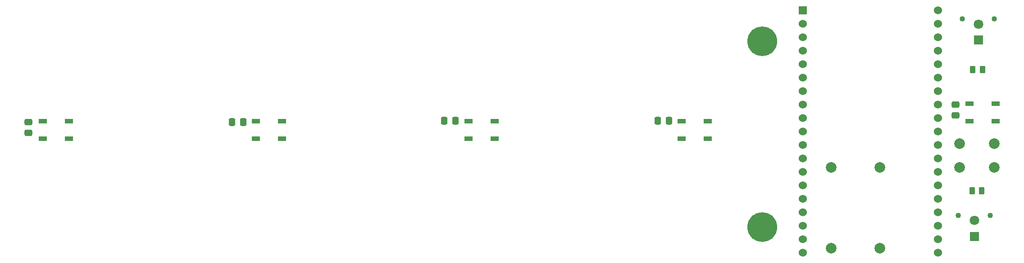
<source format=gbr>
%TF.GenerationSoftware,KiCad,Pcbnew,(7.0.0)*%
%TF.CreationDate,2023-08-21T10:27:13+05:30*%
%TF.ProjectId,X1A51B8-v1,58314135-3142-4382-9d76-312e6b696361,rev?*%
%TF.SameCoordinates,Original*%
%TF.FileFunction,Soldermask,Top*%
%TF.FilePolarity,Negative*%
%FSLAX46Y46*%
G04 Gerber Fmt 4.6, Leading zero omitted, Abs format (unit mm)*
G04 Created by KiCad (PCBNEW (7.0.0)) date 2023-08-21 10:27:13*
%MOMM*%
%LPD*%
G01*
G04 APERTURE LIST*
G04 Aperture macros list*
%AMRoundRect*
0 Rectangle with rounded corners*
0 $1 Rounding radius*
0 $2 $3 $4 $5 $6 $7 $8 $9 X,Y pos of 4 corners*
0 Add a 4 corners polygon primitive as box body*
4,1,4,$2,$3,$4,$5,$6,$7,$8,$9,$2,$3,0*
0 Add four circle primitives for the rounded corners*
1,1,$1+$1,$2,$3*
1,1,$1+$1,$4,$5*
1,1,$1+$1,$6,$7*
1,1,$1+$1,$8,$9*
0 Add four rect primitives between the rounded corners*
20,1,$1+$1,$2,$3,$4,$5,0*
20,1,$1+$1,$4,$5,$6,$7,0*
20,1,$1+$1,$6,$7,$8,$9,0*
20,1,$1+$1,$8,$9,$2,$3,0*%
G04 Aperture macros list end*
%ADD10RoundRect,0.250000X0.262500X0.450000X-0.262500X0.450000X-0.262500X-0.450000X0.262500X-0.450000X0*%
%ADD11C,5.600000*%
%ADD12R,1.500000X0.900000*%
%ADD13R,1.530000X1.530000*%
%ADD14C,1.530000*%
%ADD15RoundRect,0.250000X-0.475000X0.337500X-0.475000X-0.337500X0.475000X-0.337500X0.475000X0.337500X0*%
%ADD16C,2.000000*%
%ADD17RoundRect,0.250000X-0.262500X-0.450000X0.262500X-0.450000X0.262500X0.450000X-0.262500X0.450000X0*%
%ADD18RoundRect,0.250000X0.337500X0.475000X-0.337500X0.475000X-0.337500X-0.475000X0.337500X-0.475000X0*%
%ADD19C,1.020000*%
%ADD20R,1.800000X1.800000*%
%ADD21C,1.800000*%
G04 APERTURE END LIST*
D10*
%TO.C,R10*%
X261366000Y-83312000D03*
X259541000Y-83312000D03*
%TD*%
D11*
%TO.C,REF\u002A\u002A*%
X219964000Y-77978000D03*
%TD*%
D12*
%TO.C,D3*%
X204813999Y-93091999D03*
X204813999Y-96391999D03*
X209713999Y-96391999D03*
X209713999Y-93091999D03*
%TD*%
D13*
%TO.C,U1*%
X227583999Y-72145999D03*
D14*
X227584000Y-74686000D03*
X227584000Y-77226000D03*
X227584000Y-79766000D03*
X227584000Y-82306000D03*
X227584000Y-84846000D03*
X227584000Y-87386000D03*
X227584000Y-89926000D03*
X227584000Y-92466000D03*
X227584000Y-95006000D03*
X227584000Y-97546000D03*
X227584000Y-100086000D03*
X227584000Y-102626000D03*
X227584000Y-105166000D03*
X227584000Y-107706000D03*
X227584000Y-110246000D03*
X227584000Y-112786000D03*
X227584000Y-115326000D03*
X227584000Y-117866000D03*
X252984000Y-117866000D03*
X252984000Y-115326000D03*
X252984000Y-112786000D03*
X252984000Y-110246000D03*
X252984000Y-107706000D03*
X252984000Y-105166000D03*
X252984000Y-102626000D03*
X252984000Y-100086000D03*
X252984000Y-97546000D03*
X252984000Y-95006000D03*
X252984000Y-92466000D03*
X252984000Y-89926000D03*
X252984000Y-87386000D03*
X252984000Y-84846000D03*
X252984000Y-82306000D03*
X252984000Y-79766000D03*
X252984000Y-77226000D03*
X252984000Y-74686000D03*
X252984000Y-72146000D03*
%TD*%
D12*
%TO.C,D1*%
X124803999Y-93091999D03*
X124803999Y-96391999D03*
X129703999Y-96391999D03*
X129703999Y-93091999D03*
%TD*%
D15*
%TO.C,C5*%
X256286000Y-89894500D03*
X256286000Y-91969500D03*
%TD*%
D11*
%TO.C,REF\u002A\u002A*%
X219964000Y-113030000D03*
%TD*%
D16*
%TO.C,J3*%
X232943400Y-117053200D03*
X242087400Y-117053200D03*
X232943400Y-101813200D03*
X242087400Y-101813200D03*
%TD*%
D17*
%TO.C,R14*%
X259437500Y-106172000D03*
X261262500Y-106172000D03*
%TD*%
D16*
%TO.C,SW1*%
X257100000Y-97318000D03*
X263600000Y-97318000D03*
X257100000Y-101818000D03*
X263600000Y-101818000D03*
%TD*%
D18*
%TO.C,C4*%
X202459500Y-92964000D03*
X200384500Y-92964000D03*
%TD*%
%TO.C,C3*%
X162327500Y-92964000D03*
X160252500Y-92964000D03*
%TD*%
D12*
%TO.C,D2*%
X164813999Y-93091999D03*
X164813999Y-96391999D03*
X169713999Y-96391999D03*
X169713999Y-93091999D03*
%TD*%
%TO.C,D4*%
X84803999Y-93091999D03*
X84803999Y-96391999D03*
X89703999Y-96391999D03*
X89703999Y-93091999D03*
%TD*%
D19*
%TO.C,J1*%
X257604000Y-73794000D03*
X263604000Y-73794000D03*
D20*
X260603999Y-77733999D03*
D21*
X260604000Y-74734000D03*
%TD*%
D18*
%TO.C,C2*%
X122449500Y-93218000D03*
X120374500Y-93218000D03*
%TD*%
D15*
%TO.C,C1*%
X82042000Y-93196500D03*
X82042000Y-95271500D03*
%TD*%
D19*
%TO.C,J2*%
X256842000Y-110868000D03*
X262842000Y-110868000D03*
D20*
X259841999Y-114807999D03*
D21*
X259842000Y-111808000D03*
%TD*%
D12*
%TO.C,D5*%
X258915999Y-89789999D03*
X258915999Y-93089999D03*
X263815999Y-93089999D03*
X263815999Y-89789999D03*
%TD*%
M02*

</source>
